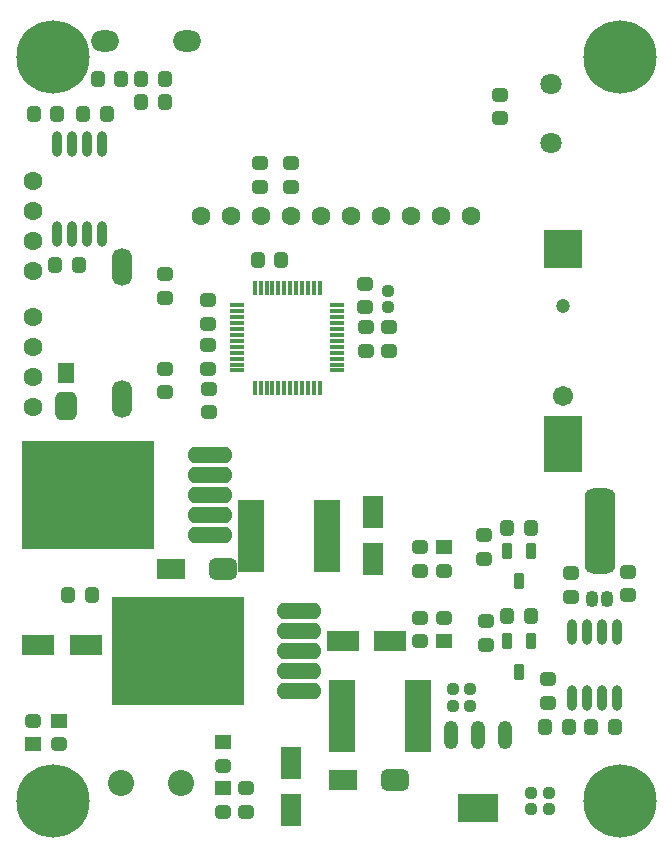
<source format=gts>
G04*
G04 #@! TF.GenerationSoftware,Altium Limited,Altium Designer,22.3.1 (43)*
G04*
G04 Layer_Color=8388736*
%FSLAX44Y44*%
%MOMM*%
G71*
G04*
G04 #@! TF.SameCoordinates,0660A848-1A26-4927-BFA5-E7A76C088184*
G04*
G04*
G04 #@! TF.FilePolarity,Negative*
G04*
G01*
G75*
%ADD36R,0.3048X1.1938*%
%ADD37R,1.1938X0.3048*%
G04:AMPARAMS|DCode=49|XSize=1.15mm|YSize=1.35mm|CornerRadius=0.325mm|HoleSize=0mm|Usage=FLASHONLY|Rotation=270.000|XOffset=0mm|YOffset=0mm|HoleType=Round|Shape=RoundedRectangle|*
%AMROUNDEDRECTD49*
21,1,1.1500,0.7000,0,0,270.0*
21,1,0.5000,1.3500,0,0,270.0*
1,1,0.6500,-0.3500,-0.2500*
1,1,0.6500,-0.3500,0.2500*
1,1,0.6500,0.3500,0.2500*
1,1,0.6500,0.3500,-0.2500*
%
%ADD49ROUNDEDRECTD49*%
%ADD50R,1.3500X1.1500*%
%ADD51R,1.4000X1.8000*%
G04:AMPARAMS|DCode=52|XSize=1.8mm|YSize=2.4mm|CornerRadius=0.5mm|HoleSize=0mm|Usage=FLASHONLY|Rotation=0.000|XOffset=0mm|YOffset=0mm|HoleType=Round|Shape=RoundedRectangle|*
%AMROUNDEDRECTD52*
21,1,1.8000,1.4000,0,0,0.0*
21,1,0.8000,2.4000,0,0,0.0*
1,1,1.0000,0.4000,-0.7000*
1,1,1.0000,-0.4000,-0.7000*
1,1,1.0000,-0.4000,0.7000*
1,1,1.0000,0.4000,0.7000*
%
%ADD52ROUNDEDRECTD52*%
G04:AMPARAMS|DCode=53|XSize=1.15mm|YSize=1.35mm|CornerRadius=0.325mm|HoleSize=0mm|Usage=FLASHONLY|Rotation=0.000|XOffset=0mm|YOffset=0mm|HoleType=Round|Shape=RoundedRectangle|*
%AMROUNDEDRECTD53*
21,1,1.1500,0.7000,0,0,0.0*
21,1,0.5000,1.3500,0,0,0.0*
1,1,0.6500,0.2500,-0.3500*
1,1,0.6500,-0.2500,-0.3500*
1,1,0.6500,-0.2500,0.3500*
1,1,0.6500,0.2500,0.3500*
%
%ADD53ROUNDEDRECTD53*%
%ADD54O,1.7032X3.2032*%
G04:AMPARAMS|DCode=55|XSize=0.9mm|YSize=1.4mm|CornerRadius=0.275mm|HoleSize=0mm|Usage=FLASHONLY|Rotation=0.000|XOffset=0mm|YOffset=0mm|HoleType=Round|Shape=RoundedRectangle|*
%AMROUNDEDRECTD55*
21,1,0.9000,0.8500,0,0,0.0*
21,1,0.3500,1.4000,0,0,0.0*
1,1,0.5500,0.1750,-0.4250*
1,1,0.5500,-0.1750,-0.4250*
1,1,0.5500,-0.1750,0.4250*
1,1,0.5500,0.1750,0.4250*
%
%ADD55ROUNDEDRECTD55*%
%ADD56R,2.2032X6.2032*%
%ADD57R,11.2032X9.2032*%
%ADD58O,3.8032X1.4032*%
%ADD59R,1.8032X2.8032*%
%ADD60R,2.4032X1.8032*%
G04:AMPARAMS|DCode=61|XSize=1.8032mm|YSize=2.4032mm|CornerRadius=0.5016mm|HoleSize=0mm|Usage=FLASHONLY|Rotation=90.000|XOffset=0mm|YOffset=0mm|HoleType=Round|Shape=RoundedRectangle|*
%AMROUNDEDRECTD61*
21,1,1.8032,1.4000,0,0,90.0*
21,1,0.8000,2.4032,0,0,90.0*
1,1,1.0032,0.7000,0.4000*
1,1,1.0032,0.7000,-0.4000*
1,1,1.0032,-0.7000,-0.4000*
1,1,1.0032,-0.7000,0.4000*
%
%ADD61ROUNDEDRECTD61*%
%ADD62R,2.8032X1.8032*%
G04:AMPARAMS|DCode=63|XSize=0.95mm|YSize=0.95mm|CornerRadius=0.275mm|HoleSize=0mm|Usage=FLASHONLY|Rotation=180.000|XOffset=0mm|YOffset=0mm|HoleType=Round|Shape=RoundedRectangle|*
%AMROUNDEDRECTD63*
21,1,0.9500,0.4000,0,0,180.0*
21,1,0.4000,0.9500,0,0,180.0*
1,1,0.5500,-0.2000,0.2000*
1,1,0.5500,0.2000,0.2000*
1,1,0.5500,0.2000,-0.2000*
1,1,0.5500,-0.2000,-0.2000*
%
%ADD63ROUNDEDRECTD63*%
%ADD64O,0.8032X2.2032*%
%ADD65R,3.4032X2.4032*%
%ADD66O,1.2032X2.4032*%
G04:AMPARAMS|DCode=67|XSize=0.95mm|YSize=0.95mm|CornerRadius=0.275mm|HoleSize=0mm|Usage=FLASHONLY|Rotation=90.000|XOffset=0mm|YOffset=0mm|HoleType=Round|Shape=RoundedRectangle|*
%AMROUNDEDRECTD67*
21,1,0.9500,0.4000,0,0,90.0*
21,1,0.4000,0.9500,0,0,90.0*
1,1,0.5500,0.2000,0.2000*
1,1,0.5500,0.2000,-0.2000*
1,1,0.5500,-0.2000,-0.2000*
1,1,0.5500,-0.2000,0.2000*
%
%ADD67ROUNDEDRECTD67*%
G04:AMPARAMS|DCode=68|XSize=2.6032mm|YSize=7.2032mm|CornerRadius=0.7016mm|HoleSize=0mm|Usage=FLASHONLY|Rotation=0.000|XOffset=0mm|YOffset=0mm|HoleType=Round|Shape=RoundedRectangle|*
%AMROUNDEDRECTD68*
21,1,2.6032,5.8000,0,0,0.0*
21,1,1.2000,7.2032,0,0,0.0*
1,1,1.4032,0.6000,-2.9000*
1,1,1.4032,-0.6000,-2.9000*
1,1,1.4032,-0.6000,2.9000*
1,1,1.4032,0.6000,2.9000*
%
%ADD68ROUNDEDRECTD68*%
%ADD69O,2.4000X1.8000*%
%ADD70R,3.2032X3.2032*%
%ADD71R,3.2032X4.7032*%
%ADD72C,2.2032*%
%ADD73C,6.2000*%
%ADD74C,1.6032*%
%ADD75O,1.1000X1.4000*%
%ADD76C,1.7032*%
%ADD77C,1.2032*%
%ADD78C,1.8032*%
%ADD79C,1.6000*%
%ADD80C,1.0032*%
D36*
X206142Y384500D02*
D03*
X211142D02*
D03*
X216142D02*
D03*
X221142D02*
D03*
X226142D02*
D03*
X231142D02*
D03*
X236142D02*
D03*
X241142D02*
D03*
X246142D02*
D03*
X251142D02*
D03*
X256142D02*
D03*
X261142D02*
D03*
Y469500D02*
D03*
X256142D02*
D03*
X251142D02*
D03*
X246142D02*
D03*
X241142D02*
D03*
X236142D02*
D03*
X231142D02*
D03*
X226142D02*
D03*
X221142D02*
D03*
X216142D02*
D03*
X211142D02*
D03*
X206142D02*
D03*
D37*
X276142Y399500D02*
D03*
Y404500D02*
D03*
Y409500D02*
D03*
Y414500D02*
D03*
Y419500D02*
D03*
Y424500D02*
D03*
Y429500D02*
D03*
Y434500D02*
D03*
Y439500D02*
D03*
Y444500D02*
D03*
Y449500D02*
D03*
Y454500D02*
D03*
X191142D02*
D03*
Y449500D02*
D03*
Y444500D02*
D03*
Y439500D02*
D03*
Y434500D02*
D03*
Y429500D02*
D03*
Y424500D02*
D03*
Y419500D02*
D03*
Y414500D02*
D03*
Y409500D02*
D03*
Y404500D02*
D03*
Y399500D02*
D03*
D49*
X40000Y83000D02*
D03*
X18000Y103000D02*
D03*
X237000Y555000D02*
D03*
Y575000D02*
D03*
X211000Y555000D02*
D03*
Y575000D02*
D03*
X454000Y118000D02*
D03*
Y138000D02*
D03*
X166642Y439000D02*
D03*
Y459000D02*
D03*
X179000Y26000D02*
D03*
X130000Y461000D02*
D03*
Y481000D02*
D03*
Y401000D02*
D03*
Y381000D02*
D03*
X199000Y26000D02*
D03*
Y46000D02*
D03*
X179000Y65000D02*
D03*
X522000Y229000D02*
D03*
Y209000D02*
D03*
X474000Y228000D02*
D03*
Y208000D02*
D03*
X366000Y190000D02*
D03*
X346000Y170000D02*
D03*
Y190000D02*
D03*
X366000Y230000D02*
D03*
X346000Y250000D02*
D03*
Y230000D02*
D03*
X167000Y364000D02*
D03*
Y384000D02*
D03*
X166642Y401000D02*
D03*
Y421000D02*
D03*
X400000Y260000D02*
D03*
Y240000D02*
D03*
X402000Y187000D02*
D03*
Y167000D02*
D03*
X414000Y613000D02*
D03*
Y633000D02*
D03*
X320000Y416000D02*
D03*
Y436000D02*
D03*
X300000Y416000D02*
D03*
Y436000D02*
D03*
X299642Y473000D02*
D03*
Y453000D02*
D03*
D50*
X40000Y103000D02*
D03*
X18000Y83000D02*
D03*
X179000Y46000D02*
D03*
Y85000D02*
D03*
X366000Y170000D02*
D03*
Y250000D02*
D03*
D51*
X46000Y397000D02*
D03*
D52*
Y369000D02*
D03*
D53*
X472000Y98000D02*
D03*
X452000D02*
D03*
X440000Y266000D02*
D03*
X420000D02*
D03*
X68000Y209000D02*
D03*
X48000D02*
D03*
X208642Y493000D02*
D03*
X228642D02*
D03*
X420000Y192000D02*
D03*
X440000D02*
D03*
X57000Y489000D02*
D03*
X37000D02*
D03*
X39000Y617000D02*
D03*
X19000D02*
D03*
X93000Y646000D02*
D03*
X73000D02*
D03*
X61000Y617000D02*
D03*
X81000D02*
D03*
X130000Y646000D02*
D03*
X110000D02*
D03*
X110000Y627000D02*
D03*
X130000D02*
D03*
X491000Y98000D02*
D03*
X511000D02*
D03*
D54*
X94000Y487000D02*
D03*
Y375000D02*
D03*
D55*
X440000Y247000D02*
D03*
X420000D02*
D03*
X430000Y221000D02*
D03*
Y144000D02*
D03*
X420000Y170000D02*
D03*
X440000D02*
D03*
D56*
X267000Y259000D02*
D03*
X203000D02*
D03*
X280000Y107000D02*
D03*
X344000D02*
D03*
D57*
X141000Y162000D02*
D03*
X65000Y294000D02*
D03*
D58*
X244000Y196036D02*
D03*
Y179018D02*
D03*
Y162000D02*
D03*
Y144982D02*
D03*
Y127964D02*
D03*
X168000Y259964D02*
D03*
Y276982D02*
D03*
Y294000D02*
D03*
Y311018D02*
D03*
Y328036D02*
D03*
D59*
X237000Y27000D02*
D03*
Y67000D02*
D03*
X306000Y280000D02*
D03*
Y240000D02*
D03*
D60*
X135000Y231000D02*
D03*
X281000Y53000D02*
D03*
D61*
X179000Y231000D02*
D03*
X325000Y53000D02*
D03*
D62*
X63000Y167000D02*
D03*
X23000D02*
D03*
X321000Y170000D02*
D03*
X281000D02*
D03*
D63*
X455000Y28000D02*
D03*
Y42000D02*
D03*
X440000Y28000D02*
D03*
Y42000D02*
D03*
X318642Y467000D02*
D03*
Y453000D02*
D03*
D64*
X513050Y178000D02*
D03*
X500350D02*
D03*
X487650D02*
D03*
X474950D02*
D03*
X513050Y122000D02*
D03*
X500350D02*
D03*
X487650D02*
D03*
X474950D02*
D03*
X77050Y591000D02*
D03*
X38950Y515000D02*
D03*
X77050D02*
D03*
X51650D02*
D03*
X64350D02*
D03*
X51650Y591000D02*
D03*
X38950D02*
D03*
X64350D02*
D03*
D65*
X395000Y29000D02*
D03*
D66*
X372000Y91000D02*
D03*
X395000D02*
D03*
X418000D02*
D03*
D67*
X374000Y115000D02*
D03*
X388000D02*
D03*
X374000Y130000D02*
D03*
X388000D02*
D03*
D68*
X498112Y263626D02*
D03*
D69*
X149000Y678000D02*
D03*
X79000D02*
D03*
D70*
X467000Y502000D02*
D03*
D71*
Y337000D02*
D03*
D72*
X143400Y50000D02*
D03*
X92600D02*
D03*
D73*
X515000Y35000D02*
D03*
X35000D02*
D03*
X515000Y665000D02*
D03*
X35000D02*
D03*
D74*
X18000Y445100D02*
D03*
Y419700D02*
D03*
Y394300D02*
D03*
Y368900D02*
D03*
Y560100D02*
D03*
Y534700D02*
D03*
Y509300D02*
D03*
Y483900D02*
D03*
D75*
X492000Y206000D02*
D03*
X504000D02*
D03*
D76*
X467000Y378000D02*
D03*
D77*
Y454000D02*
D03*
D78*
X457000Y642000D02*
D03*
Y592000D02*
D03*
D79*
X160700Y530000D02*
D03*
X186100D02*
D03*
X211500D02*
D03*
X236900D02*
D03*
X262300D02*
D03*
X287700D02*
D03*
X313100D02*
D03*
X338500D02*
D03*
X363900D02*
D03*
X389300D02*
D03*
D80*
X531971Y51971D02*
D03*
X498030Y18030D02*
D03*
X539000Y35000D02*
D03*
X491000D02*
D03*
X531971Y18030D02*
D03*
X498030Y51971D02*
D03*
X515000Y59000D02*
D03*
Y11000D02*
D03*
X51971Y51971D02*
D03*
X18030Y18030D02*
D03*
X59000Y35000D02*
D03*
X11000D02*
D03*
X51971Y18030D02*
D03*
X18030Y51971D02*
D03*
X35000Y59000D02*
D03*
Y11000D02*
D03*
X531971Y681971D02*
D03*
X498030Y648029D02*
D03*
X539000Y665000D02*
D03*
X491000D02*
D03*
X531971Y648029D02*
D03*
X498030Y681971D02*
D03*
X515000Y689000D02*
D03*
Y641000D02*
D03*
X51971Y681971D02*
D03*
X18030Y648029D02*
D03*
X59000Y665000D02*
D03*
X11000D02*
D03*
X51971Y648029D02*
D03*
X18030Y681971D02*
D03*
X35000Y689000D02*
D03*
Y641000D02*
D03*
M02*

</source>
